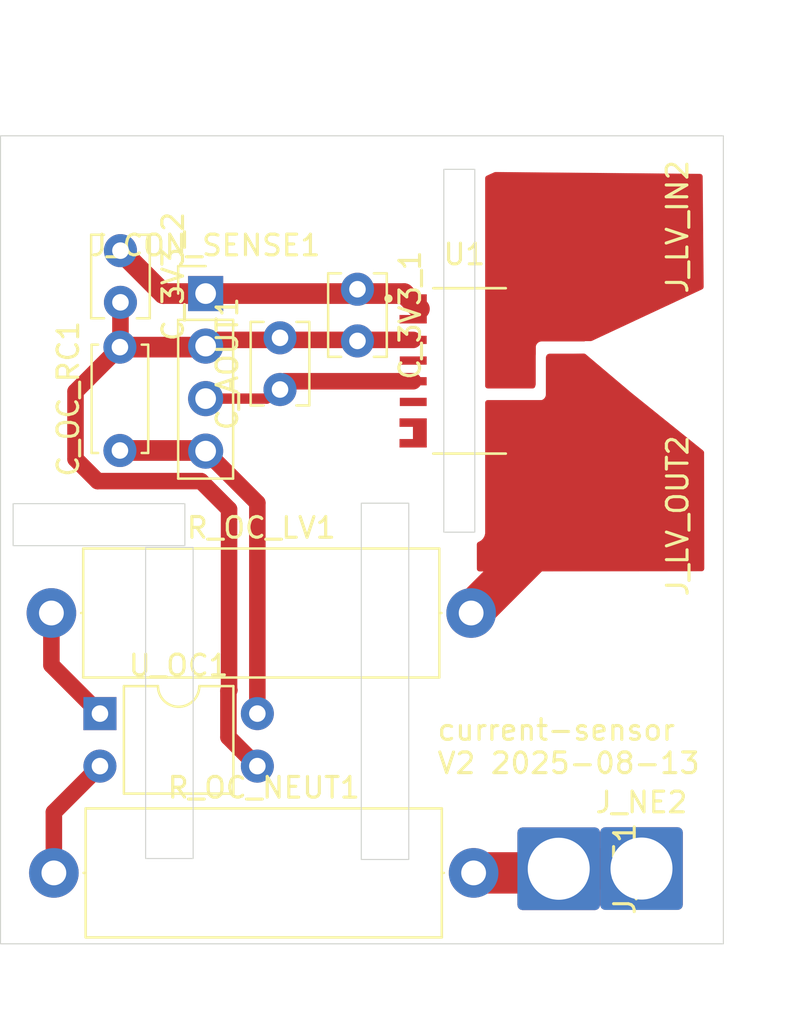
<source format=kicad_pcb>
(kicad_pcb (version 20240108) (generator "pcbnew") (generator_version "8.0")
  (layers (0 "F.Cu" signal) (31 "B.Cu" signal) (34 "B.Paste" user) (35 "F.Paste" user) (36 "B.SilkS" user "B.Silkscreen") (37 "F.SilkS" user "F.Silkscreen") (38 "B.Mask" user) (39 "F.Mask" user) (44 "Edge.Cuts" user))
  (net 0 "")
  (net 1 "GND")
  (net 2 "Net-(J_CON_SENSE1-Pin_4)")
  (net 3 "+3V3")
  (net 4 "Net-(J_CON_SENSE1-Pin_3)")
  (net 5 "Net-(J_NE1-Pin_1)")
  (net 6 "Net-(R_OC_LV1-Pad1)")
  (net 7 "Net-(R_OC_NEUT1-Pad1)")
  (net 9 "Net-(J_LV_IN2-Pin_1)")
  (net 10 "Net-(J_LV_OUT2-Pin_1)")
  (footprint "Connector_Wire:SolderWire-2.5sqmm_1x01_D2.4mm_OD3.6mm" (layer "F.Cu") (at 31.0114 35.4066)
    (property "Reference" "J_NE2" (at 0 -3.2 0) (layer "F.SilkS"))
    (property "Value" "Conn_01x01_Socket")
    (pad "1" thru_hole roundrect (at 0 0) (size 4 4) (drill 3) (layers "*.Cu" "*.Mask" "In1.Cu" "In2.Cu" "In3.Cu" "In4.Cu" "In5.Cu" "In6.Cu" "In7.Cu" "In8.Cu" "In9.Cu" "In10.Cu" "In11.Cu" "In12.Cu" "In13.Cu" "In14.Cu" "In15.Cu" "In16.Cu" "In17.Cu" "In18.Cu" "In19.Cu" "In20.Cu" "In21.Cu" "In22.Cu" "In23.Cu" "In24.Cu" "In25.Cu" "In26.Cu" "In27.Cu" "In28.Cu" "In29.Cu" "In30.Cu") (roundrect_rratio 0.0625) (net 5 "Net-(J_NE1-Pin_1)"))
  )
  (footprint "Connector_Wire:SolderWire-2.5sqmm_1x01_D2.4mm_OD3.6mm" (layer "F.Cu") (at 27.0044 35.4166 -90)
    (property "Reference" "J_NE1" (at 0 -3.2 90) (layer "F.SilkS"))
    (property "Value" "Conn_01x01_Socket")
    (pad "1" thru_hole roundrect (at 0 0 270) (size 4 4) (drill 3) (layers "*.Cu" "*.Mask" "In1.Cu" "In2.Cu" "In3.Cu" "In4.Cu" "In5.Cu" "In6.Cu" "In7.Cu" "In8.Cu" "In9.Cu" "In10.Cu" "In11.Cu" "In12.Cu" "In13.Cu" "In14.Cu" "In15.Cu" "In16.Cu" "In17.Cu" "In18.Cu" "In19.Cu" "In20.Cu" "In21.Cu" "In22.Cu" "In23.Cu" "In24.Cu" "In25.Cu" "In26.Cu" "In27.Cu" "In28.Cu" "In29.Cu" "In30.Cu") (roundrect_rratio 0.0625) (net 5 "Net-(J_NE1-Pin_1)"))
  )
  (footprint "Connector_Wire:SolderWirePad_1x01_SMD_5x10mm" (layer "F.Cu") (at 28.9414 4.3666 -90)
    (property "Reference" "J_LV_IN2" (at 0 -3.81 90) (layer "F.SilkS"))
    (property "Value" "Conn_01x01_Socket")
    (pad "1" smd rect (at 0 0 270) (size 5 10) (layers "F.Cu" "F.Paste" "F.Mask") (net 9 "Net-(J_LV_IN2-Pin_1)"))
  )
  (footprint "Capacitor_THT:C_Disc_D3.8mm_W2.6mm_P2.50mm" (layer "F.Cu") (at 17.2614 7.3866 -90)
    (property "Reference" "C_3V3_1" (at 1.25 -2.55 90) (layer "F.SilkS"))
    (property "Value" "C")
    (fp_line (start -0.77 1.42) (end 3.27 1.42) (stroke (width 0.12)) (layer "F.SilkS"))
    (fp_line (start -0.77 0.795) (end -0.77 1.42) (stroke (width 0.12)) (layer "F.SilkS"))
    (fp_line (start 3.27 0.795) (end 3.27 1.42) (stroke (width 0.12)) (layer "F.SilkS"))
    (fp_line (start -0.77 -1.42) (end -0.77 -0.795) (stroke (width 0.12)) (layer "F.SilkS"))
    (fp_line (start -0.77 -1.42) (end 3.27 -1.42) (stroke (width 0.12)) (layer "F.SilkS"))
    (fp_line (start 3.27 -1.42) (end 3.27 -0.795) (stroke (width 0.12)) (layer "F.SilkS"))
    (pad "1" thru_hole circle (at 0 0 270) (size 1.6 1.6) (drill 0.8) (layers "*.Cu" "*.Mask" "In1.Cu" "In2.Cu" "In3.Cu" "In4.Cu" "In5.Cu" "In6.Cu" "In7.Cu" "In8.Cu" "In9.Cu" "In10.Cu" "In11.Cu" "In12.Cu" "In13.Cu" "In14.Cu" "In15.Cu" "In16.Cu" "In17.Cu" "In18.Cu" "In19.Cu" "In20.Cu" "In21.Cu" "In22.Cu" "In23.Cu" "In24.Cu" "In25.Cu" "In26.Cu" "In27.Cu" "In28.Cu" "In29.Cu" "In30.Cu") (net 3 "+3V3"))
    (pad "2" thru_hole circle (at 2.5 0 270) (size 1.6 1.6) (drill 0.8) (layers "*.Cu" "*.Mask" "In1.Cu" "In2.Cu" "In3.Cu" "In4.Cu" "In5.Cu" "In6.Cu" "In7.Cu" "In8.Cu" "In9.Cu" "In10.Cu" "In11.Cu" "In12.Cu" "In13.Cu" "In14.Cu" "In15.Cu" "In16.Cu" "In17.Cu" "In18.Cu" "In19.Cu" "In20.Cu" "In21.Cu" "In22.Cu" "In23.Cu" "In24.Cu" "In25.Cu" "In26.Cu" "In27.Cu" "In28.Cu" "In29.Cu" "In30.Cu") (net 1 "GND"))
  )
  (footprint "Resistor_THT:R_Axial_DIN0617_L17.0mm_D6.0mm_P20.32mm_Horizontal" (layer "F.Cu") (at 2.4444 23.0466)
    (property "Reference" "R_OC_LV1" (at 10.16 -4.12 0) (layer "F.SilkS"))
    (property "Value" "100KR")
    (fp_line (start 1.44 0) (end 1.54 0) (stroke (width 0.12)) (layer "F.SilkS"))
    (fp_line (start 1.54 -3.12) (end 1.54 3.12) (stroke (width 0.12)) (layer "F.SilkS"))
    (fp_line (start 1.54 3.12) (end 18.78 3.12) (stroke (width 0.12)) (layer "F.SilkS"))
    (fp_line (start 18.78 -3.12) (end 1.54 -3.12) (stroke (width 0.12)) (layer "F.SilkS"))
    (fp_line (start 18.78 3.12) (end 18.78 -3.12) (stroke (width 0.12)) (layer "F.SilkS"))
    (fp_line (start 18.88 0) (end 18.78 0) (stroke (width 0.12)) (layer "F.SilkS"))
    (pad "1" thru_hole circle (at 0 0) (size 2.4 2.4) (drill 1.2) (layers "*.Cu" "*.Mask" "In1.Cu" "In2.Cu" "In3.Cu" "In4.Cu" "In5.Cu" "In6.Cu" "In7.Cu" "In8.Cu" "In9.Cu" "In10.Cu" "In11.Cu" "In12.Cu" "In13.Cu" "In14.Cu" "In15.Cu" "In16.Cu" "In17.Cu" "In18.Cu" "In19.Cu" "In20.Cu" "In21.Cu" "In22.Cu" "In23.Cu" "In24.Cu" "In25.Cu" "In26.Cu" "In27.Cu" "In28.Cu" "In29.Cu" "In30.Cu") (net 6 "Net-(R_OC_LV1-Pad1)"))
    (pad "2" thru_hole oval (at 20.32 0) (size 2.4 2.4) (drill 1.2) (layers "*.Cu" "*.Mask" "In1.Cu" "In2.Cu" "In3.Cu" "In4.Cu" "In5.Cu" "In6.Cu" "In7.Cu" "In8.Cu" "In9.Cu" "In10.Cu" "In11.Cu" "In12.Cu" "In13.Cu" "In14.Cu" "In15.Cu" "In16.Cu" "In17.Cu" "In18.Cu" "In19.Cu" "In20.Cu" "In21.Cu" "In22.Cu" "In23.Cu" "In24.Cu" "In25.Cu" "In26.Cu" "In27.Cu" "In28.Cu" "In29.Cu" "In30.Cu") (net 10 "Net-(J_LV_OUT2-Pin_1)"))
  )
  (footprint "TLI4971A050T5UE0001XUMA1:IC_TLI4971A050T5UE0001XUMA1" (layer "F.Cu") (at 23.7614 11.3366)
    (property "Reference" "U1" (at -1.325 -5.635 0) (layer "F.SilkS"))
    (property "Value" "TLI4971A050T5UE0001XUMA1")
    (fp_line (start -2.83 -4) (end 0.68 -4) (stroke (width 0.127)) (layer "F.SilkS"))
    (fp_line (start -2.83 4) (end 0.68 4) (stroke (width 0.127)) (layer "F.SilkS"))
    (fp_circle (center -5 -3.5) (end -4.9 -3.5) (stroke (width 0.2)) (fill none) (layer "F.SilkS"))
    (pad "1" smd custom (at -3.5 -3) (size 0.4 0.4) (layers "F.Cu") (net 3 "+3V3") (options (clearance outline) (anchor rect)) (primitives (gr_poly (pts (xy 0.35 -0.7) (xy 0.35 0.7) (xy -0.96 0.7) (xy -0.96 0.3) (xy -0.31 0.3) (xy -0.31 -0.3) (xy -0.96 -0.3) (xy -0.96 -0.7)) (width 0.01) (fill yes))))
    (pad "2" smd rect (at -3.8 -1.5) (size 1.3 0.4) (layers "F.Cu" "F.Mask") (net 1 "GND"))
    (pad "3" smd rect (at -3.8 -0.5) (size 1.3 0.4) (layers "F.Cu" "F.Mask"))
    (pad "4" smd rect (at -3.8 0.5) (size 1.3 0.4) (layers "F.Cu" "F.Mask") (net 4 "Net-(J_CON_SENSE1-Pin_3)"))
    (pad "5" smd rect (at -3.8 1.5) (size 1.3 0.4) (layers "F.Cu" "F.Mask"))
    (pad "6" smd custom (at -3.5 3) (size 0.4 0.4) (layers "F.Cu") (options (clearance outline) (anchor rect)) (primitives (gr_poly (pts (xy 0.35 -0.7) (xy 0.35 0.7) (xy -0.96 0.7) (xy -0.96 0.3) (xy -0.31 0.3) (xy -0.31 -0.3) (xy -0.96 -0.3) (xy -0.96 -0.7)) (width 0.01) (fill yes))))
    (pad "7" smd custom (at 3.5 3) (size 0.4 0.4) (layers "F.Cu") (net 10 "Net-(J_LV_OUT2-Pin_1)") (options (clearance outline) (anchor rect)) (primitives (gr_poly (pts (xy 1 1.5) (xy -2.5 1.5) (xy -2.5 -1.57) (xy -1.175 -1.57) (xy -1.159 -1.57) (xy -1.144 -1.572) (xy -1.128 -1.574) (xy -1.113 -1.577) (xy -1.097 -1.58) (xy -1.082 -1.585) (xy -1.067 -1.59) (xy -1.053 -1.596) (xy -1.039 -1.603) (xy -1.025 -1.61) (xy -1.012 -1.618) (xy -0.999 -1.627) (xy -0.986 -1.637) (xy -0.974 -1.647) (xy -0.963 -1.658) (xy -0.952 -1.669) (xy -0.942 -1.681) (xy -0.932 -1.694) (xy -0.923 -1.707) (xy -0.915 -1.72) (xy -0.908 -1.734) (xy -0.901 -1.748) (xy -0.895 -1.762) (xy -0.89 -1.777) (xy -0.885 -1.792) (xy -0.882 -1.808) (xy -0.879 -1.823) (xy -0.877 -1.839) (xy -0.875 -1.854) (xy -0.875 -1.87) (xy -0.875 -3.63) (xy -0.875 -3.64) (xy -0.874 -3.651) (xy -0.873 -3.661) (xy -0.871 -3.672) (xy -0.868 -3.682) (xy -0.865 -3.692) (xy -0.862 -3.702) (xy -0.858 -3.711) (xy -0.853 -3.721) (xy -0.848 -3.73) (xy -0.843 -3.739) (xy -0.837 -3.748) (xy -0.83 -3.756) (xy -0.824 -3.764) (xy -0.816 -3.771) (xy -0.809 -3.779) (xy -0.801 -3.785) (xy -0.793 -3.792) (xy -0.784 -3.798) (xy -0.775 -3.803) (xy -0.766 -3.808) (xy -0.756 -3.813) (xy -0.747 -3.817) (xy -0.737 -3.82) (xy -0.727 -3.823) (xy -0.717 -3.826) (xy -0.706 -3.828) (xy -0.696 -3.829) (xy -0.685 -3.83) (xy -0.675 -3.83) (xy 1 -3.83) (xy 1 1.5)) (width 0.01) (fill yes))))
    (pad "8" smd custom (at 3.5 -3) (size 0.4 0.4) (layers "F.Cu") (net 9 "Net-(J_LV_IN2-Pin_1)") (options (clearance outline) (anchor rect)) (primitives (gr_poly (pts (xy -2.5 -1.5) (xy -2.5 3.83) (xy -1.575 3.83) (xy -1.565 3.83) (xy -1.554 3.829) (xy -1.544 3.828) (xy -1.533 3.826) (xy -1.523 3.823) (xy -1.513 3.82) (xy -1.503 3.817) (xy -1.494 3.813) (xy -1.484 3.808) (xy -1.475 3.803) (xy -1.466 3.798) (xy -1.457 3.792) (xy -1.449 3.785) (xy -1.441 3.779) (xy -1.434 3.771) (xy -1.426 3.764) (xy -1.42 3.756) (xy -1.413 3.748) (xy -1.407 3.739) (xy -1.402 3.73) (xy -1.397 3.721) (xy -1.392 3.711) (xy -1.388 3.702) (xy -1.385 3.692) (xy -1.382 3.682) (xy -1.379 3.672) (xy -1.377 3.661) (xy -1.376 3.651) (xy -1.375 3.64) (xy -1.375 3.63) (xy -1.375 1.87) (xy -1.375 1.854) (xy -1.373 1.839) (xy -1.371 1.823) (xy -1.368 1.808) (xy -1.365 1.792) (xy -1.36 1.777) (xy -1.355 1.762) (xy -1.349 1.748) (xy -1.342 1.734) (xy -1.335 1.72) (xy -1.327 1.707) (xy -1.318 1.694) (xy -1.308 1.681) (xy -1.298 1.669) (xy -1.287 1.658) (xy -1.276 1.647) (xy -1.264 1.637) (xy -1.251 1.627) (xy -1.238 1.618) (xy -1.225 1.61) (xy -1.211 1.603) (xy -1.197 1.596) (xy -1.183 1.59) (xy -1.168 1.585) (xy -1.153 1.58) (xy -1.137 1.577) (xy -1.122 1.574) (xy -1.106 1.572) (xy -1.091 1.57) (xy -1.075 1.57) (xy 1 1.57) (xy 1 -1.5) (xy -2.5 -1.5)) (width 0.01) (fill yes))))
  )
  (footprint "Capacitor_THT:C_Disc_D3.8mm_W2.6mm_P2.50mm" (layer "F.Cu") (at 13.5114 12.2366 90)
    (property "Reference" "C_AOUT1" (at 1.25 -2.55 90) (layer "F.SilkS"))
    (property "Value" "C")
    (fp_line (start 3.27 -1.42) (end 3.27 -0.795) (stroke (width 0.12)) (layer "F.SilkS"))
    (fp_line (start -0.77 -1.42) (end 3.27 -1.42) (stroke (width 0.12)) (layer "F.SilkS"))
    (fp_line (start -0.77 -1.42) (end -0.77 -0.795) (stroke (width 0.12)) (layer "F.SilkS"))
    (fp_line (start 3.27 0.795) (end 3.27 1.42) (stroke (width 0.12)) (layer "F.SilkS"))
    (fp_line (start -0.77 0.795) (end -0.77 1.42) (stroke (width 0.12)) (layer "F.SilkS"))
    (fp_line (start -0.77 1.42) (end 3.27 1.42) (stroke (width 0.12)) (layer "F.SilkS"))
    (pad "1" thru_hole circle (at 0 0 90) (size 1.6 1.6) (drill 0.8) (layers "*.Cu" "*.Mask" "In1.Cu" "In2.Cu" "In3.Cu" "In4.Cu" "In5.Cu" "In6.Cu" "In7.Cu" "In8.Cu" "In9.Cu" "In10.Cu" "In11.Cu" "In12.Cu" "In13.Cu" "In14.Cu" "In15.Cu" "In16.Cu" "In17.Cu" "In18.Cu" "In19.Cu" "In20.Cu" "In21.Cu" "In22.Cu" "In23.Cu" "In24.Cu" "In25.Cu" "In26.Cu" "In27.Cu" "In28.Cu" "In29.Cu" "In30.Cu") (net 4 "Net-(J_CON_SENSE1-Pin_3)"))
    (pad "2" thru_hole circle (at 2.5 0 90) (size 1.6 1.6) (drill 0.8) (layers "*.Cu" "*.Mask" "In1.Cu" "In2.Cu" "In3.Cu" "In4.Cu" "In5.Cu" "In6.Cu" "In7.Cu" "In8.Cu" "In9.Cu" "In10.Cu" "In11.Cu" "In12.Cu" "In13.Cu" "In14.Cu" "In15.Cu" "In16.Cu" "In17.Cu" "In18.Cu" "In19.Cu" "In20.Cu" "In21.Cu" "In22.Cu" "In23.Cu" "In24.Cu" "In25.Cu" "In26.Cu" "In27.Cu" "In28.Cu" "In29.Cu" "In30.Cu") (net 1 "GND"))
  )
  (footprint "Resistor_THT:R_Axial_DIN0617_L17.0mm_D6.0mm_P20.32mm_Horizontal" (layer "F.Cu") (at 2.5644 35.6166)
    (property "Reference" "R_OC_NEUT1" (at 10.16 -4.12 0) (layer "F.SilkS"))
    (property "Value" "100KR")
    (fp_line (start 1.44 0) (end 1.54 0) (stroke (width 0.12)) (layer "F.SilkS"))
    (fp_line (start 1.54 -3.12) (end 1.54 3.12) (stroke (width 0.12)) (layer "F.SilkS"))
    (fp_line (start 1.54 3.12) (end 18.78 3.12) (stroke (width 0.12)) (layer "F.SilkS"))
    (fp_line (start 18.78 -3.12) (end 1.54 -3.12) (stroke (width 0.12)) (layer "F.SilkS"))
    (fp_line (start 18.78 3.12) (end 18.78 -3.12) (stroke (width 0.12)) (layer "F.SilkS"))
    (fp_line (start 18.88 0) (end 18.78 0) (stroke (width 0.12)) (layer "F.SilkS"))
    (pad "1" thru_hole circle (at 0 0) (size 2.4 2.4) (drill 1.2) (layers "*.Cu" "*.Mask" "In1.Cu" "In2.Cu" "In3.Cu" "In4.Cu" "In5.Cu" "In6.Cu" "In7.Cu" "In8.Cu" "In9.Cu" "In10.Cu" "In11.Cu" "In12.Cu" "In13.Cu" "In14.Cu" "In15.Cu" "In16.Cu" "In17.Cu" "In18.Cu" "In19.Cu" "In20.Cu" "In21.Cu" "In22.Cu" "In23.Cu" "In24.Cu" "In25.Cu" "In26.Cu" "In27.Cu" "In28.Cu" "In29.Cu" "In30.Cu") (net 7 "Net-(R_OC_NEUT1-Pad1)"))
    (pad "2" thru_hole oval (at 20.32 0) (size 2.4 2.4) (drill 1.2) (layers "*.Cu" "*.Mask" "In1.Cu" "In2.Cu" "In3.Cu" "In4.Cu" "In5.Cu" "In6.Cu" "In7.Cu" "In8.Cu" "In9.Cu" "In10.Cu" "In11.Cu" "In12.Cu" "In13.Cu" "In14.Cu" "In15.Cu" "In16.Cu" "In17.Cu" "In18.Cu" "In19.Cu" "In20.Cu" "In21.Cu" "In22.Cu" "In23.Cu" "In24.Cu" "In25.Cu" "In26.Cu" "In27.Cu" "In28.Cu" "In29.Cu" "In30.Cu") (net 5 "Net-(J_NE1-Pin_1)"))
  )
  (footprint "Capacitor_THT:C_Disc_D5.0mm_W2.5mm_P5.00mm" (layer "F.Cu") (at 5.7614 15.1866 90)
    (property "Reference" "C_OC_RC1" (at 2.5 -2.5 90) (layer "F.SilkS"))
    (property "Value" "C")
    (fp_line (start 5.12 -1.37) (end 5.12 -1.055) (stroke (width 0.12)) (layer "F.SilkS"))
    (fp_line (start -0.12 -1.37) (end 5.12 -1.37) (stroke (width 0.12)) (layer "F.SilkS"))
    (fp_line (start -0.12 -1.37) (end -0.12 -1.055) (stroke (width 0.12)) (layer "F.SilkS"))
    (fp_line (start 5.12 1.055) (end 5.12 1.37) (stroke (width 0.12)) (layer "F.SilkS"))
    (fp_line (start -0.12 1.055) (end -0.12 1.37) (stroke (width 0.12)) (layer "F.SilkS"))
    (fp_line (start -0.12 1.37) (end 5.12 1.37) (stroke (width 0.12)) (layer "F.SilkS"))
    (pad "1" thru_hole circle (at 0 0 90) (size 1.6 1.6) (drill 0.8) (layers "*.Cu" "*.Mask" "In1.Cu" "In2.Cu" "In3.Cu" "In4.Cu" "In5.Cu" "In6.Cu" "In7.Cu" "In8.Cu" "In9.Cu" "In10.Cu" "In11.Cu" "In12.Cu" "In13.Cu" "In14.Cu" "In15.Cu" "In16.Cu" "In17.Cu" "In18.Cu" "In19.Cu" "In20.Cu" "In21.Cu" "In22.Cu" "In23.Cu" "In24.Cu" "In25.Cu" "In26.Cu" "In27.Cu" "In28.Cu" "In29.Cu" "In30.Cu") (net 2 "Net-(J_CON_SENSE1-Pin_4)"))
    (pad "2" thru_hole circle (at 5 0 90) (size 1.6 1.6) (drill 0.8) (layers "*.Cu" "*.Mask" "In1.Cu" "In2.Cu" "In3.Cu" "In4.Cu" "In5.Cu" "In6.Cu" "In7.Cu" "In8.Cu" "In9.Cu" "In10.Cu" "In11.Cu" "In12.Cu" "In13.Cu" "In14.Cu" "In15.Cu" "In16.Cu" "In17.Cu" "In18.Cu" "In19.Cu" "In20.Cu" "In21.Cu" "In22.Cu" "In23.Cu" "In24.Cu" "In25.Cu" "In26.Cu" "In27.Cu" "In28.Cu" "In29.Cu" "In30.Cu") (net 1 "GND"))
  )
  (footprint "Package_DIP:DIP-4_W7.62mm" (layer "F.Cu") (at 4.7944 27.912)
    (property "Reference" "U_OC1" (at 3.81 -2.33 0) (layer "F.SilkS"))
    (property "Value" "LTV-814")
    (fp_line (start 1.16 -1.33) (end 1.16 3.87) (stroke (width 0.12)) (layer "F.SilkS"))
    (fp_line (start 1.16 3.87) (end 6.46 3.87) (stroke (width 0.12)) (layer "F.SilkS"))
    (fp_line (start 2.81 -1.33) (end 1.16 -1.33) (stroke (width 0.12)) (layer "F.SilkS"))
    (fp_line (start 6.46 -1.33) (end 4.81 -1.33) (stroke (width 0.12)) (layer "F.SilkS"))
    (fp_line (start 6.46 3.87) (end 6.46 -1.33) (stroke (width 0.12)) (layer "F.SilkS"))
    (fp_arc (start 4.81 -1.33) (mid 3.81 -0.33) (end 2.81 -1.33) (stroke (width 0.12)) (layer "F.SilkS"))
    (pad "1" thru_hole rect (at 0 0) (size 1.6 1.6) (drill 0.8) (layers "*.Cu" "*.Mask" "In1.Cu" "In2.Cu" "In3.Cu" "In4.Cu" "In5.Cu" "In6.Cu" "In7.Cu" "In8.Cu" "In9.Cu" "In10.Cu" "In11.Cu" "In12.Cu" "In13.Cu" "In14.Cu" "In15.Cu" "In16.Cu" "In17.Cu" "In18.Cu" "In19.Cu" "In20.Cu" "In21.Cu" "In22.Cu" "In23.Cu" "In24.Cu" "In25.Cu" "In26.Cu" "In27.Cu" "In28.Cu" "In29.Cu" "In30.Cu") (net 6 "Net-(R_OC_LV1-Pad1)"))
    (pad "2" thru_hole oval (at 0 2.54) (size 1.6 1.6) (drill 0.8) (layers "*.Cu" "*.Mask" "In1.Cu" "In2.Cu" "In3.Cu" "In4.Cu" "In5.Cu" "In6.Cu" "In7.Cu" "In8.Cu" "In9.Cu" "In10.Cu" "In11.Cu" "In12.Cu" "In13.Cu" "In14.Cu" "In15.Cu" "In16.Cu" "In17.Cu" "In18.Cu" "In19.Cu" "In20.Cu" "In21.Cu" "In22.Cu" "In23.Cu" "In24.Cu" "In25.Cu" "In26.Cu" "In27.Cu" "In28.Cu" "In29.Cu" "In30.Cu") (net 7 "Net-(R_OC_NEUT1-Pad1)"))
    (pad "3" thru_hole oval (at 7.62 2.54) (size 1.6 1.6) (drill 0.8) (layers "*.Cu" "*.Mask" "In1.Cu" "In2.Cu" "In3.Cu" "In4.Cu" "In5.Cu" "In6.Cu" "In7.Cu" "In8.Cu" "In9.Cu" "In10.Cu" "In11.Cu" "In12.Cu" "In13.Cu" "In14.Cu" "In15.Cu" "In16.Cu" "In17.Cu" "In18.Cu" "In19.Cu" "In20.Cu" "In21.Cu" "In22.Cu" "In23.Cu" "In24.Cu" "In25.Cu" "In26.Cu" "In27.Cu" "In28.Cu" "In29.Cu" "In30.Cu") (net 1 "GND"))
    (pad "4" thru_hole oval (at 7.62 0) (size 1.6 1.6) (drill 0.8) (layers "*.Cu" "*.Mask" "In1.Cu" "In2.Cu" "In3.Cu" "In4.Cu" "In5.Cu" "In6.Cu" "In7.Cu" "In8.Cu" "In9.Cu" "In10.Cu" "In11.Cu" "In12.Cu" "In13.Cu" "In14.Cu" "In15.Cu" "In16.Cu" "In17.Cu" "In18.Cu" "In19.Cu" "In20.Cu" "In21.Cu" "In22.Cu" "In23.Cu" "In24.Cu" "In25.Cu" "In26.Cu" "In27.Cu" "In28.Cu" "In29.Cu" "In30.Cu") (net 2 "Net-(J_CON_SENSE1-Pin_4)"))
  )
  (footprint "Connector_Wire:SolderWirePad_1x01_SMD_5x10mm" (layer "F.Cu") (at 28.9514 18.3466 -90)
    (property "Reference" "J_LV_OUT2" (at 0 -3.81 90) (layer "F.SilkS"))
    (property "Value" "Conn_01x01_Socket")
    (pad "1" smd rect (at 0 0 270) (size 5 10) (layers "F.Cu" "F.Paste" "F.Mask") (net 10 "Net-(J_LV_OUT2-Pin_1)"))
  )
  (footprint "Capacitor_THT:C_Disc_D3.8mm_W2.6mm_P2.50mm" (layer "F.Cu") (at 5.7874 5.52 -90)
    (property "Reference" "C_3V3_2" (at 1.25 -2.55 90) (layer "F.SilkS"))
    (property "Value" "C" (hide yes))
    (fp_line (start -0.77 1.42) (end 3.27 1.42) (stroke (width 0.12)) (layer "F.SilkS"))
    (fp_line (start -0.77 0.795) (end -0.77 1.42) (stroke (width 0.12)) (layer "F.SilkS"))
    (fp_line (start 3.27 0.795) (end 3.27 1.42) (stroke (width 0.12)) (layer "F.SilkS"))
    (fp_line (start -0.77 -1.42) (end -0.77 -0.795) (stroke (width 0.12)) (layer "F.SilkS"))
    (fp_line (start -0.77 -1.42) (end 3.27 -1.42) (stroke (width 0.12)) (layer "F.SilkS"))
    (fp_line (start 3.27 -1.42) (end 3.27 -0.795) (stroke (width 0.12)) (layer "F.SilkS"))
    (pad "1" thru_hole circle (at 0 0 270) (size 1.6 1.6) (drill 0.8) (layers "*.Cu" "*.Mask" "In1.Cu" "In2.Cu" "In3.Cu" "In4.Cu" "In5.Cu" "In6.Cu" "In7.Cu" "In8.Cu" "In9.Cu" "In10.Cu" "In11.Cu" "In12.Cu" "In13.Cu" "In14.Cu" "In15.Cu" "In16.Cu" "In17.Cu" "In18.Cu" "In19.Cu" "In20.Cu" "In21.Cu" "In22.Cu" "In23.Cu" "In24.Cu" "In25.Cu" "In26.Cu" "In27.Cu" "In28.Cu" "In29.Cu" "In30.Cu") (net 3 "+3V3"))
    (pad "2" thru_hole circle (at 2.5 0 270) (size 1.6 1.6) (drill 0.8) (layers "*.Cu" "*.Mask" "In1.Cu" "In2.Cu" "In3.Cu" "In4.Cu" "In5.Cu" "In6.Cu" "In7.Cu" "In8.Cu" "In9.Cu" "In10.Cu" "In11.Cu" "In12.Cu" "In13.Cu" "In14.Cu" "In15.Cu" "In16.Cu" "In17.Cu" "In18.Cu" "In19.Cu" "In20.Cu" "In21.Cu" "In22.Cu" "In23.Cu" "In24.Cu" "In25.Cu" "In26.Cu" "In27.Cu" "In28.Cu" "In29.Cu" "In30.Cu") (net 1 "GND"))
  )
  (footprint "Connector_PinHeader_2.54mm:PinHeader_1x04_P2.54mm_Vertical" (layer "F.Cu") (at 9.9114 7.5966)
    (property "Reference" "J_CON_SENSE1" (at 0 -2.33 0) (layer "F.SilkS"))
    (property "Value" "Conn_01x04_Socket")
    (fp_line (start -1.33 -1.33) (end 0 -1.33) (stroke (width 0.12)) (layer "F.SilkS"))
    (fp_line (start -1.33 0) (end -1.33 -1.33) (stroke (width 0.12)) (layer "F.SilkS"))
    (fp_line (start -1.33 1.27) (end -1.33 8.95) (stroke (width 0.12)) (layer "F.SilkS"))
    (fp_line (start -1.33 1.27) (end 1.33 1.27) (stroke (width 0.12)) (layer "F.SilkS"))
    (fp_line (start -1.33 8.95) (end 1.33 8.95) (stroke (width 0.12)) (layer "F.SilkS"))
    (fp_line (start 1.33 1.27) (end 1.33 8.95) (stroke (width 0.12)) (layer "F.SilkS"))
    (pad "1" thru_hole rect (at 0 0) (size 1.7 1.7) (drill 1) (layers "*.Cu" "*.Mask" "In1.Cu" "In2.Cu" "In3.Cu" "In4.Cu" "In5.Cu" "In6.Cu" "In7.Cu" "In8.Cu" "In9.Cu" "In10.Cu" "In11.Cu" "In12.Cu" "In13.Cu" "In14.Cu" "In15.Cu" "In16.Cu" "In17.Cu" "In18.Cu" "In19.Cu" "In20.Cu" "In21.Cu" "In22.Cu" "In23.Cu" "In24.Cu" "In25.Cu" "In26.Cu" "In27.Cu" "In28.Cu" "In29.Cu" "In30.Cu") (net 3 "+3V3"))
    (pad "2" thru_hole oval (at 0 2.54) (size 1.7 1.7) (drill 1) (layers "*.Cu" "*.Mask" "In1.Cu" "In2.Cu" "In3.Cu" "In4.Cu" "In5.Cu" "In6.Cu" "In7.Cu" "In8.Cu" "In9.Cu" "In10.Cu" "In11.Cu" "In12.Cu" "In13.Cu" "In14.Cu" "In15.Cu" "In16.Cu" "In17.Cu" "In18.Cu" "In19.Cu" "In20.Cu" "In21.Cu" "In22.Cu" "In23.Cu" "In24.Cu" "In25.Cu" "In26.Cu" "In27.Cu" "In28.Cu" "In29.Cu" "In30.Cu") (net 1 "GND"))
    (pad "3" thru_hole oval (at 0 5.08) (size 1.7 1.7) (drill 1) (layers "*.Cu" "*.Mask" "In1.Cu" "In2.Cu" "In3.Cu" "In4.Cu" "In5.Cu" "In6.Cu" "In7.Cu" "In8.Cu" "In9.Cu" "In10.Cu" "In11.Cu" "In12.Cu" "In13.Cu" "In14.Cu" "In15.Cu" "In16.Cu" "In17.Cu" "In18.Cu" "In19.Cu" "In20.Cu" "In21.Cu" "In22.Cu" "In23.Cu" "In24.Cu" "In25.Cu" "In26.Cu" "In27.Cu" "In28.Cu" "In29.Cu" "In30.Cu") (net 4 "Net-(J_CON_SENSE1-Pin_3)"))
    (pad "4" thru_hole oval (at 0 7.62) (size 1.7 1.7) (drill 1) (layers "*.Cu" "*.Mask" "In1.Cu" "In2.Cu" "In3.Cu" "In4.Cu" "In5.Cu" "In6.Cu" "In7.Cu" "In8.Cu" "In9.Cu" "In10.Cu" "In11.Cu" "In12.Cu" "In13.Cu" "In14.Cu" "In15.Cu" "In16.Cu" "In17.Cu" "In18.Cu" "In19.Cu" "In20.Cu" "In21.Cu" "In22.Cu" "In23.Cu" "In24.Cu" "In25.Cu" "In26.Cu" "In27.Cu" "In28.Cu" "In29.Cu" "In30.Cu") (net 2 "Net-(J_CON_SENSE1-Pin_4)"))
  )
  (gr_rect (start 17.445 17.7344) (end 19.745 34.9684) (stroke (width 0.05)) (fill none) (layer "Edge.Cuts"))
  (gr_rect (start -0.0186 -0.0334) (end 34.9744 39.0466) (stroke (width 0.05)) (fill none) (layer "Edge.Cuts"))
  (gr_rect (start 21.4414 1.5866) (end 22.9414 19.1366) (stroke (width 0.05)) (fill none) (layer "Edge.Cuts"))
  (gr_rect (start 0.5914 17.7566) (end 8.9056 19.789) (stroke (width 0.05)) (fill none) (layer "Edge.Cuts"))
  (gr_rect (start 7.0056 19.879) (end 9.3056 34.9208) (stroke (width 0.05)) (fill none) (layer "Edge.Cuts"))
  (gr_text "current-sensor\nV2 2025-08-13" (at 21.0514 30.8966 0) (layer "F.SilkS") (effects (font (size 1 1)) (justify left bottom)))
  (segment (start 5.7614 10.1866) (end 9.8614 10.1866) (width 1) (layer "F.Cu") (net 1))
  (segment (start 19.9614 9.8366) (end 10.2114 9.8366) (width 0.8) (layer "F.Cu") (net 1))
  (segment (start 11.0144 26.8178) (end 11.0582 26.774) (width 0.8) (layer "F.Cu") (net 1))
  (segment (start 5.7874 10.1606) (end 5.7614 10.1866) (width 0.8) (layer "F.Cu") (net 1))
  (segment (start 3.6114 15.5966) (end 3.6114 12.3366) (width 0.8) (layer "F.Cu") (net 1))
  (segment (start 11.0582 26.774) (end 11.0452 26.761) (width 0.8) (layer "F.Cu") (net 1))
  (segment (start 5.7874 8.02) (end 5.7874 10.1606) (width 0.8) (layer "F.Cu") (net 1))
  (segment (start 10.2114 9.8366) (end 9.9114 10.1366) (width 0.8) (layer "F.Cu") (net 1))
  (segment (start 11.0144 29.052) (end 11.0144 26.8178) (width 0.8) (layer "F.Cu") (net 1))
  (segment (start 3.6114 12.3366) (end 5.7614 10.1866) (width 0.8) (layer "F.Cu") (net 1))
  (segment (start 9.6814 16.6666) (end 4.6814 16.6666) (width 0.8) (layer "F.Cu") (net 1))
  (segment (start 12.4144 30.452) (end 11.0144 29.052) (width 0.8) (layer "F.Cu") (net 1))
  (segment (start 4.6814 16.6666) (end 3.6114 15.5966) (width 0.8) (layer "F.Cu") (net 1))
  (segment (start 9.8614 10.1866) (end 9.9114 10.1366) (width 1) (layer "F.Cu") (net 1))
  (segment (start 11.0452 18.0304) (end 9.6814 16.6666) (width 0.8) (layer "F.Cu") (net 1))
  (segment (start 11.0452 26.761) (end 11.0452 18.0304) (width 0.8) (layer "F.Cu") (net 1))
  (segment (start 9.8814 15.1866) (end 9.9114 15.2166) (width 1) (layer "F.Cu") (net 2))
  (segment (start 5.7614 15.1866) (end 9.8814 15.1866) (width 1) (layer "F.Cu") (net 2))
  (segment (start 12.4144 17.7196) (end 12.4144 27.912) (width 0.8) (layer "F.Cu") (net 2))
  (segment (start 9.9114 15.2166) (end 12.4144 17.7196) (width 0.8) (layer "F.Cu") (net 2))
  (segment (start 9.9114 7.5966) (end 19.5214 7.5966) (width 1) (layer "F.Cu") (net 3))
  (segment (start 19.5214 7.5966) (end 20.2614 8.3366) (width 1) (layer "F.Cu") (net 3))
  (segment (start 7.864 7.5966) (end 5.7874 5.52) (width 1) (layer "F.Cu") (net 3))
  (segment (start 9.9114 7.5966) (end 7.864 7.5966) (width 1) (layer "F.Cu") (net 3))
  (segment (start 13.7114 11.8366) (end 12.8714 12.6766) (width 0.5) (layer "F.Cu") (net 4))
  (segment (start 12.8714 12.6766) (end 9.9114 12.6766) (width 0.5) (layer "F.Cu") (net 4))
  (segment (start 19.9614 11.8366) (end 13.7114 11.8366) (width 0.8) (layer "F.Cu") (net 4))
  (segment (start 26.8044 35.6166) (end 27.0044 35.4166) (width 2) (layer "F.Cu") (net 5))
  (segment (start 22.8844 35.6166) (end 26.8044 35.6166) (width 2) (layer "F.Cu") (net 5))
  (segment (start 27.0044 35.4166) (end 31.0414 35.4166) (width 2) (layer "F.Cu") (net 5))
  (segment (start 2.4444 23.0466) (end 2.4444 25.562) (width 0.8) (layer "F.Cu") (net 6))
  (segment (start 2.4444 25.562) (end 4.7944 27.912) (width 0.8) (layer "F.Cu") (net 6))
  (segment (start 2.5644 35.6166) (end 3.0744 35.6166) (width 0.8) (layer "F.Cu") (net 7))
  (segment (start 2.5644 32.682) (end 4.7944 30.452) (width 0.8) (layer "F.Cu") (net 7))
  (segment (start 2.5644 35.6166) (end 2.5644 32.682) (width 0.8) (layer "F.Cu") (net 7))
  (segment (start 28.9414 4.3666) (end 28.9414 6.6566) (width 3.8) (layer "F.Cu") (net 9))
  (segment (start 27.2614 14.3366) (end 27.2614 16.6566) (width 3.8) (layer "F.Cu") (net 10))
  (segment (start 27.2614 16.6566) (end 28.9514 18.3466) (width 3.8) (layer "F.Cu") (net 10))
  (segment (start 28.0544 17.7566) (end 29.6514 17.7566) (width 2) (layer "F.Cu") (net 10))
  (segment (start 22.7644 23.0466) (end 28.0544 17.7566) (width 2) (layer "F.Cu") (net 10))
  (zone (net 9) (net_name "Net-(J_LV_IN2-Pin_1)") (layer "F.Cu") (priority 1) (connect_pads yes (clearance 0.5)) (min_thickness 0.25) (fill yes (thermal_gap 0.5) (thermal_bridge_width 0.5))
    (polygon (pts (xy 23.9114 1.7166) (xy 23.0814 2.0966) (xy 23.0114 12.1866) (xy 25.8914 12.1866) (xy 25.8914 9.8966) (xy 28.5814 9.8966) (xy 34.0214 7.3566) (xy 33.9714 1.8066)))
  )
  (zone (net 10) (net_name "Net-(J_LV_OUT2-Pin_1)") (layer "F.Cu") (connect_pads yes (clearance 0.5)) (min_thickness 0.25) (fill yes (thermal_gap 0.5) (thermal_bridge_width 0.5))
    (polygon (pts (xy 23.0214 12.7466) (xy 23.0414 21.0366) (xy 34.0514 21.0266) (xy 34.0414 15.2266) (xy 30.5114 12.3866) (xy 28.2714 10.4966) (xy 26.4014 10.5166) (xy 26.4114 12.7466)))
  )
)
</source>
